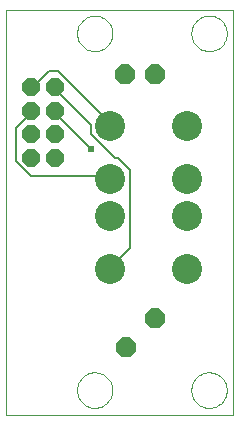
<source format=gbl>
G75*
%MOIN*%
%OFA0B0*%
%FSLAX24Y24*%
%IPPOS*%
%LPD*%
%AMOC8*
5,1,8,0,0,1.08239X$1,22.5*
%
%ADD10C,0.0000*%
%ADD11OC8,0.0660*%
%ADD12C,0.1000*%
%ADD13OC8,0.0600*%
%ADD14C,0.0080*%
%ADD15C,0.0240*%
D10*
X000147Y000177D02*
X000147Y013680D01*
X007730Y013680D01*
X007730Y000177D01*
X000147Y000177D01*
X002523Y001002D02*
X002525Y001050D01*
X002531Y001098D01*
X002541Y001145D01*
X002554Y001191D01*
X002572Y001236D01*
X002592Y001280D01*
X002617Y001322D01*
X002645Y001361D01*
X002675Y001398D01*
X002709Y001432D01*
X002746Y001464D01*
X002784Y001493D01*
X002825Y001518D01*
X002868Y001540D01*
X002913Y001558D01*
X002959Y001572D01*
X003006Y001583D01*
X003054Y001590D01*
X003102Y001593D01*
X003150Y001592D01*
X003198Y001587D01*
X003246Y001578D01*
X003292Y001566D01*
X003337Y001549D01*
X003381Y001529D01*
X003423Y001506D01*
X003463Y001479D01*
X003501Y001449D01*
X003536Y001416D01*
X003568Y001380D01*
X003598Y001342D01*
X003624Y001301D01*
X003646Y001258D01*
X003666Y001214D01*
X003681Y001169D01*
X003693Y001122D01*
X003701Y001074D01*
X003705Y001026D01*
X003705Y000978D01*
X003701Y000930D01*
X003693Y000882D01*
X003681Y000835D01*
X003666Y000790D01*
X003646Y000746D01*
X003624Y000703D01*
X003598Y000662D01*
X003568Y000624D01*
X003536Y000588D01*
X003501Y000555D01*
X003463Y000525D01*
X003423Y000498D01*
X003381Y000475D01*
X003337Y000455D01*
X003292Y000438D01*
X003246Y000426D01*
X003198Y000417D01*
X003150Y000412D01*
X003102Y000411D01*
X003054Y000414D01*
X003006Y000421D01*
X002959Y000432D01*
X002913Y000446D01*
X002868Y000464D01*
X002825Y000486D01*
X002784Y000511D01*
X002746Y000540D01*
X002709Y000572D01*
X002675Y000606D01*
X002645Y000643D01*
X002617Y000682D01*
X002592Y000724D01*
X002572Y000768D01*
X002554Y000813D01*
X002541Y000859D01*
X002531Y000906D01*
X002525Y000954D01*
X002523Y001002D01*
X006335Y001002D02*
X006337Y001050D01*
X006343Y001098D01*
X006353Y001145D01*
X006366Y001191D01*
X006384Y001236D01*
X006404Y001280D01*
X006429Y001322D01*
X006457Y001361D01*
X006487Y001398D01*
X006521Y001432D01*
X006558Y001464D01*
X006596Y001493D01*
X006637Y001518D01*
X006680Y001540D01*
X006725Y001558D01*
X006771Y001572D01*
X006818Y001583D01*
X006866Y001590D01*
X006914Y001593D01*
X006962Y001592D01*
X007010Y001587D01*
X007058Y001578D01*
X007104Y001566D01*
X007149Y001549D01*
X007193Y001529D01*
X007235Y001506D01*
X007275Y001479D01*
X007313Y001449D01*
X007348Y001416D01*
X007380Y001380D01*
X007410Y001342D01*
X007436Y001301D01*
X007458Y001258D01*
X007478Y001214D01*
X007493Y001169D01*
X007505Y001122D01*
X007513Y001074D01*
X007517Y001026D01*
X007517Y000978D01*
X007513Y000930D01*
X007505Y000882D01*
X007493Y000835D01*
X007478Y000790D01*
X007458Y000746D01*
X007436Y000703D01*
X007410Y000662D01*
X007380Y000624D01*
X007348Y000588D01*
X007313Y000555D01*
X007275Y000525D01*
X007235Y000498D01*
X007193Y000475D01*
X007149Y000455D01*
X007104Y000438D01*
X007058Y000426D01*
X007010Y000417D01*
X006962Y000412D01*
X006914Y000411D01*
X006866Y000414D01*
X006818Y000421D01*
X006771Y000432D01*
X006725Y000446D01*
X006680Y000464D01*
X006637Y000486D01*
X006596Y000511D01*
X006558Y000540D01*
X006521Y000572D01*
X006487Y000606D01*
X006457Y000643D01*
X006429Y000682D01*
X006404Y000724D01*
X006384Y000768D01*
X006366Y000813D01*
X006353Y000859D01*
X006343Y000906D01*
X006337Y000954D01*
X006335Y001002D01*
X006335Y012893D02*
X006337Y012941D01*
X006343Y012989D01*
X006353Y013036D01*
X006366Y013082D01*
X006384Y013127D01*
X006404Y013171D01*
X006429Y013213D01*
X006457Y013252D01*
X006487Y013289D01*
X006521Y013323D01*
X006558Y013355D01*
X006596Y013384D01*
X006637Y013409D01*
X006680Y013431D01*
X006725Y013449D01*
X006771Y013463D01*
X006818Y013474D01*
X006866Y013481D01*
X006914Y013484D01*
X006962Y013483D01*
X007010Y013478D01*
X007058Y013469D01*
X007104Y013457D01*
X007149Y013440D01*
X007193Y013420D01*
X007235Y013397D01*
X007275Y013370D01*
X007313Y013340D01*
X007348Y013307D01*
X007380Y013271D01*
X007410Y013233D01*
X007436Y013192D01*
X007458Y013149D01*
X007478Y013105D01*
X007493Y013060D01*
X007505Y013013D01*
X007513Y012965D01*
X007517Y012917D01*
X007517Y012869D01*
X007513Y012821D01*
X007505Y012773D01*
X007493Y012726D01*
X007478Y012681D01*
X007458Y012637D01*
X007436Y012594D01*
X007410Y012553D01*
X007380Y012515D01*
X007348Y012479D01*
X007313Y012446D01*
X007275Y012416D01*
X007235Y012389D01*
X007193Y012366D01*
X007149Y012346D01*
X007104Y012329D01*
X007058Y012317D01*
X007010Y012308D01*
X006962Y012303D01*
X006914Y012302D01*
X006866Y012305D01*
X006818Y012312D01*
X006771Y012323D01*
X006725Y012337D01*
X006680Y012355D01*
X006637Y012377D01*
X006596Y012402D01*
X006558Y012431D01*
X006521Y012463D01*
X006487Y012497D01*
X006457Y012534D01*
X006429Y012573D01*
X006404Y012615D01*
X006384Y012659D01*
X006366Y012704D01*
X006353Y012750D01*
X006343Y012797D01*
X006337Y012845D01*
X006335Y012893D01*
X002523Y012893D02*
X002525Y012941D01*
X002531Y012989D01*
X002541Y013036D01*
X002554Y013082D01*
X002572Y013127D01*
X002592Y013171D01*
X002617Y013213D01*
X002645Y013252D01*
X002675Y013289D01*
X002709Y013323D01*
X002746Y013355D01*
X002784Y013384D01*
X002825Y013409D01*
X002868Y013431D01*
X002913Y013449D01*
X002959Y013463D01*
X003006Y013474D01*
X003054Y013481D01*
X003102Y013484D01*
X003150Y013483D01*
X003198Y013478D01*
X003246Y013469D01*
X003292Y013457D01*
X003337Y013440D01*
X003381Y013420D01*
X003423Y013397D01*
X003463Y013370D01*
X003501Y013340D01*
X003536Y013307D01*
X003568Y013271D01*
X003598Y013233D01*
X003624Y013192D01*
X003646Y013149D01*
X003666Y013105D01*
X003681Y013060D01*
X003693Y013013D01*
X003701Y012965D01*
X003705Y012917D01*
X003705Y012869D01*
X003701Y012821D01*
X003693Y012773D01*
X003681Y012726D01*
X003666Y012681D01*
X003646Y012637D01*
X003624Y012594D01*
X003598Y012553D01*
X003568Y012515D01*
X003536Y012479D01*
X003501Y012446D01*
X003463Y012416D01*
X003423Y012389D01*
X003381Y012366D01*
X003337Y012346D01*
X003292Y012329D01*
X003246Y012317D01*
X003198Y012308D01*
X003150Y012303D01*
X003102Y012302D01*
X003054Y012305D01*
X003006Y012312D01*
X002959Y012323D01*
X002913Y012337D01*
X002868Y012355D01*
X002825Y012377D01*
X002784Y012402D01*
X002746Y012431D01*
X002709Y012463D01*
X002675Y012497D01*
X002645Y012534D01*
X002617Y012573D01*
X002592Y012615D01*
X002572Y012659D01*
X002554Y012704D01*
X002541Y012750D01*
X002531Y012797D01*
X002525Y012845D01*
X002523Y012893D01*
D11*
X004122Y011552D03*
X005122Y011552D03*
X005139Y003419D03*
X004155Y002435D03*
D12*
X003617Y005037D03*
X003617Y006817D03*
X003617Y008037D03*
X003617Y009817D03*
X006177Y009817D03*
X006177Y008037D03*
X006177Y006817D03*
X006177Y005037D03*
D13*
X001791Y008746D03*
X001791Y009534D03*
X001791Y010321D03*
X001791Y011108D03*
X001004Y011108D03*
X001004Y010321D03*
X001004Y009534D03*
X001004Y008746D03*
D14*
X000497Y008627D02*
X000997Y008127D01*
X003597Y008127D01*
X003617Y008037D01*
X003797Y008727D02*
X003897Y008727D01*
X004297Y008327D01*
X004297Y005727D01*
X003697Y005127D01*
X003617Y005037D01*
X003797Y008727D02*
X002997Y009527D01*
X002997Y009827D01*
X001797Y011027D01*
X001791Y011108D01*
X001897Y011627D02*
X001597Y011627D01*
X001097Y011127D01*
X001004Y011108D01*
X001004Y010321D02*
X000997Y010227D01*
X000497Y009727D01*
X000497Y008627D01*
X001797Y010227D02*
X001791Y010321D01*
X001797Y010227D02*
X002997Y009027D01*
X003617Y009817D02*
X003697Y009827D01*
X001897Y011627D01*
D15*
X002997Y009027D03*
M02*

</source>
